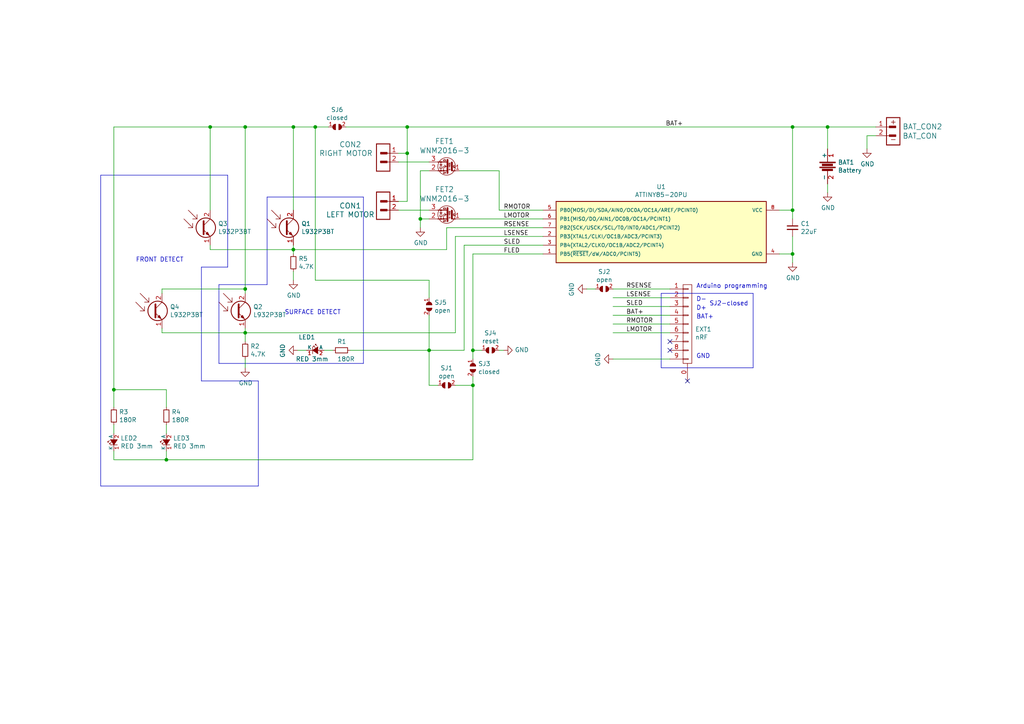
<source format=kicad_sch>
(kicad_sch (version 20230121) (generator eeschema)
  (paper "A4")
  (lib_symbols
    (symbol "MiniBot_RevA:ATTINY85-20PU" (pin_names (offset 1.016))
      (property "Reference" "U" (at -29.21 10.16 0))
      (property "Value" "ATTINY85-20PU" (at 25.4 -10.16 0))
      (symbol "ATTINY85-20PU_0_1"
        (rectangle (start -30.48 8.89) (end 30.48 -8.89) (stroke (width 0.254)) (fill (type background)))
      )
      (symbol "ATTINY85-20PU_1_1"
        (pin bidirectional line (at -34.29 -6.35 0) (length 3.81) (name "PB5(~{RESET}/dW/ADC0/PCINT5)") (number "1"))
        (pin bidirectional line (at -34.29 -1.27 0) (length 3.81) (name "PB3(XTAL1/CLKI/OC1B/ADC3/PCINT3)") (number "2"))
        (pin bidirectional line (at -34.29 -3.81 0) (length 3.81) (name "PB4(XTAL2/CLKO/OC1B/ADC2/PCINT4)") (number "3"))
        (pin power_in line (at 34.29 -6.35 180) (length 3.81) (name "GND") (number "4"))
        (pin bidirectional line (at -34.29 6.35 0) (length 3.81) (name "PB0(MOSI/DI/SDA/AIN0/OC0A/OC1A/AREF/PCINT0)") (number "5"))
        (pin bidirectional line (at -34.29 3.81 0) (length 3.81) (name "PB1(MISO/DO/AIN1/OC0B/OC1A/PCINT1)") (number "6"))
        (pin bidirectional line (at -34.29 1.27 0) (length 3.81) (name "PB2(SCK/USCK/SCL/T0/INT0/ADC1/PCINT2)") (number "7"))
        (pin power_in line (at 34.29 6.35 180) (length 3.81) (name "VCC") (number "8"))
      )
    )
    (symbol "MiniBot_RevA:BAT_CON" (pin_names (offset 1.016))
      (property "Reference" "BAT_CON" (at 0.635 5.08 0))
      (property "Value" "BAT_CON" (at 0 -5.334 0))
      (symbol "BAT_CON_0_0"
        (rectangle (start -2.0066 4.064) (end 1.9812 -4.0132))
        (rectangle (start -1.905 3.9116) (end 1.8796 -3.8608))
        (rectangle (start -1.1684 -0.9652) (end 0.762 -1.524))
        (rectangle (start -1.1684 1.5748) (end 0.762 1.016))
        (rectangle (start -1.0414 1.3716) (end 0.635 1.1684))
        (rectangle (start -0.9398 -1.143) (end 0.7366 -1.3462))
        (polyline (pts (xy -1.905 -1.27) (xy -1.143 -1.27)))
        (polyline (pts (xy -1.905 1.27) (xy -1.143 1.27)))
        (rectangle (start 0.6858 1.2446) (end -0.9652 1.3462))
        (rectangle (start 0.7112 -1.3208) (end -0.9398 -1.2192))
        (rectangle (start 0.7112 1.1176) (end -1.0668 1.4732))
        (rectangle (start 0.7366 -1.4224) (end -1.0414 -1.0668))
        (text "+" (at 0 2.794 0) (effects (font (size 1.524 1.524))))
        (text "-" (at 0 -2.286 0) (effects (font (size 1.524 1.524))))
      )
      (symbol "BAT_CON_1_1"
        (pin passive line (at -5.08 1.27 0) (length 2.9972) (name "~") (number "1"))
        (pin passive line (at -5.08 -1.27 0) (length 2.9972) (name "~") (number "2"))
      )
    )
    (symbol "MiniBot_RevA:Battery" (pin_names (offset 0))
      (property "Reference" "BAT" (at 2.54 1.27 0))
      (property "Value" "Battery" (at 2.54 -1.27 0))
      (symbol "Battery_0_1"
        (rectangle (start -2.286 -0.1778) (end 2.286 -0.4318) (fill (type outline)))
        (rectangle (start -2.286 1.27) (end 2.286 1.016) (fill (type outline)))
        (rectangle (start -1.5748 -0.762) (end 1.4732 -1.27) (fill (type outline)))
        (rectangle (start -1.5748 0.6858) (end 1.4732 0.1778) (fill (type outline)))
      )
      (symbol "Battery_1_1"
        (pin power_out line (at 0 5.08 270) (length 3.81) (name "+") (number "1"))
        (pin power_in line (at 0 -5.08 90) (length 3.81) (name "-") (number "2"))
      )
    )
    (symbol "MiniBot_RevA:CON2" (pin_names (offset 1.016))
      (property "Reference" "CON" (at -1.27 4.445 0))
      (property "Value" "CON2" (at -1.27 -6.985 0))
      (symbol "CON2_0_0"
        (rectangle (start -2.6416 -2.6924) (end -0.8636 -2.3368))
        (rectangle (start -2.6162 -2.5908) (end -0.9652 -2.4892))
        (rectangle (start -2.6162 -0.1524) (end -0.8382 0.2032))
        (rectangle (start -2.5908 -0.0254) (end -0.9398 0.0762))
        (rectangle (start -0.9652 -2.413) (end -2.6416 -2.6162))
        (rectangle (start -0.8636 0.1016) (end -2.54 -0.1016))
        (rectangle (start -0.7366 -2.2352) (end -2.667 -2.794))
        (rectangle (start -0.7366 0.3048) (end -2.667 -0.254))
        (polyline (pts (xy 0 -2.54) (xy -0.762 -2.54)))
        (polyline (pts (xy 0 0) (xy -0.762 0)))
        (rectangle (start 0 2.6416) (end -3.7846 -5.1308))
        (rectangle (start 0.1016 2.794) (end -3.8862 -5.2832))
      )
      (symbol "CON2_1_1"
        (pin passive line (at 2.54 0 180) (length 2.54) (name "~") (number "1"))
        (pin passive line (at 2.54 -2.54 180) (length 2.54) (name "~") (number "2"))
      )
    )
    (symbol "MiniBot_RevA:CONN_01X09" (pin_names (offset 1.016) hide)
      (property "Reference" "P" (at 0 12.7 0))
      (property "Value" "CONN_01X09" (at 2.54 0 90))
      (symbol "CONN_01X09_0_1"
        (rectangle (start -1.27 -10.033) (end 0.254 -10.287))
        (rectangle (start -1.27 -7.493) (end 0.254 -7.747))
        (rectangle (start -1.27 -4.953) (end 0.254 -5.207))
        (rectangle (start -1.27 -2.413) (end 0.254 -2.667))
        (rectangle (start -1.27 0.127) (end 0.254 -0.127))
        (rectangle (start -1.27 2.667) (end 0.254 2.413))
        (rectangle (start -1.27 5.207) (end 0.254 4.953))
        (rectangle (start -1.27 7.747) (end 0.254 7.493))
        (rectangle (start -1.27 10.287) (end 0.254 10.033))
        (rectangle (start -1.27 11.43) (end 1.27 -11.43))
      )
      (symbol "CONN_01X09_1_1"
        (pin passive line (at 0 -16.51 90) (length 5.08) (name "P0") (number "0"))
        (pin passive line (at -5.08 10.16 0) (length 3.81) (name "P1") (number "1"))
        (pin passive line (at -5.08 7.62 0) (length 3.81) (name "P2") (number "2"))
        (pin passive line (at -5.08 5.08 0) (length 3.81) (name "P3") (number "3"))
        (pin passive line (at -5.08 2.54 0) (length 3.81) (name "P4") (number "4"))
        (pin passive line (at -5.08 0 0) (length 3.81) (name "P5") (number "5"))
        (pin passive line (at -5.08 -2.54 0) (length 3.81) (name "P6") (number "6"))
        (pin passive line (at -5.08 -5.08 0) (length 3.81) (name "P7") (number "7"))
        (pin passive line (at -5.08 -7.62 0) (length 3.81) (name "P8") (number "8"))
        (pin passive line (at -5.08 -10.16 0) (length 3.81) (name "P9") (number "9"))
      )
    )
    (symbol "MiniBot_RevA:C_Small" (pin_numbers hide) (pin_names (offset 0.254) hide)
      (property "Reference" "C" (at 0.254 1.778 0))
      (property "Value" "C_Small" (at 0.254 -2.032 0))
      (symbol "C_Small_0_1"
        (polyline (pts (xy -1.524 -0.508) (xy 1.524 -0.508)) (stroke (width 0.3302)))
        (polyline (pts (xy -1.524 0.508) (xy 1.524 0.508)) (stroke (width 0.3048)))
      )
      (symbol "C_Small_1_1"
        (pin passive line (at 0 2.54 270) (length 1.905) (name "~") (number "1"))
        (pin passive line (at 0 -2.54 90) (length 2.032) (name "~") (number "2"))
      )
    )
    (symbol "MiniBot_RevA:GND" (power) (pin_names (offset 0))
      (property "Value" "GND" (at 0 -3.81 0))
      (symbol "GND_0_1"
        (polyline (pts (xy 0 0) (xy 0 -1.27) (xy 1.27 -1.27) (xy 0 -2.54) (xy -1.27 -1.27) (xy 0 -1.27)))
      )
      (symbol "GND_1_1"
        (pin power_in line (at 0 0 270) (length 0) hide (name "GND") (number "1"))
      )
    )
    (symbol "MiniBot_RevA:L342" (pin_names (offset 0) hide)
      (property "Reference" "Q" (at 7.62 1.27 0))
      (property "Value" "L342" (at 10.16 -1.27 0))
      (symbol "L342_0_1"
        (polyline (pts (xy -3.81 1.27) (xy -5.08 2.54)))
        (polyline (pts (xy -2.54 0) (xy -2.54 1.27)))
        (polyline (pts (xy -2.54 3.81) (xy -3.81 5.08)))
        (polyline (pts (xy -1.27 2.54) (xy -1.27 3.81)))
        (polyline (pts (xy 0.635 0.635) (xy 2.54 2.54)))
        (polyline (pts (xy -3.81 1.27) (xy -2.54 0) (xy -3.81 0)))
        (polyline (pts (xy -2.54 3.81) (xy -1.27 2.54) (xy -2.54 2.54)))
        (polyline (pts (xy 0.635 -0.635) (xy 2.54 -2.54) (xy 2.54 -2.54)))
        (polyline (pts (xy 0.635 1.905) (xy 0.635 -1.905) (xy 0.635 -1.905)) (stroke (width 0.508)))
        (polyline (pts (xy 1.27 -1.778) (xy 1.778 -1.27) (xy 2.286 -2.286) (xy 1.27 -1.778) (xy 1.27 -1.778)) (fill (type outline)))
        (circle (center 1.27 0) (radius 2.8194) (stroke (width 0.254)))
      )
      (symbol "L342_1_1"
        (pin passive line (at 2.54 -5.08 90) (length 2.54) (name "E") (number "1"))
        (pin passive line (at 2.54 5.08 270) (length 2.54) (name "C") (number "2"))
      )
    )
    (symbol "MiniBot_RevA:LED_Small" (pin_names (offset 0))
      (property "Reference" "LED" (at -1.905 3.175 0))
      (property "Value" "LED_Small" (at -4.445 -2.54 0))
      (symbol "LED_Small_0_1"
        (polyline (pts (xy -0.762 -1.016) (xy -0.762 1.016)))
        (polyline (pts (xy 0.762 -1.016) (xy -0.762 0) (xy 0.762 1.016) (xy 0.762 -1.016)) (fill (type outline)))
        (polyline (pts (xy 0 0.762) (xy -0.508 1.27) (xy -0.254 1.27) (xy -0.508 1.27) (xy -0.508 1.016)))
        (polyline (pts (xy 0.508 1.27) (xy 0 1.778) (xy 0.254 1.778) (xy 0 1.778) (xy 0 1.524)))
      )
      (symbol "LED_Small_1_1"
        (pin passive line (at -2.54 0 0) (length 1.778) (name "K") (number "1"))
        (pin passive line (at 2.54 0 180) (length 1.778) (name "A") (number "2"))
      )
    )
    (symbol "MiniBot_RevA:N-MOS+DIOD_Small" (pin_names (offset 0) hide)
      (property "Reference" "FET" (at 0 3.81 0))
      (property "Value" "N-MOS+DIOD_Small" (at 0 -5.08 0))
      (symbol "N-MOS+DIOD_Small_0_0"
        (text "D" (at 0.5588 1.778 900) (effects (font (size 0.635 0.635))))
        (text "N-MOS" (at -0.889 -0.0254 900) (effects (font (size 0.4064 0.4064))))
        (text "S" (at 0.5842 -1.8796 900) (effects (font (size 0.635 0.635))))
      )
      (symbol "N-MOS+DIOD_Small_0_1"
        (polyline (pts (xy -2.54 -1.27) (xy -1.524 -1.27)) (stroke (width 0.254)))
        (polyline (pts (xy -1.524 -1.143) (xy -1.524 1.143)) (stroke (width 0.508)))
        (polyline (pts (xy -0.254 -1.905) (xy -0.254 1.905)) (stroke (width 0.508)))
        (polyline (pts (xy 0.127 0) (xy 0.635 -0.381)))
        (polyline (pts (xy 1.651 -0.508) (xy 1.27 -0.508)))
        (polyline (pts (xy 1.651 0.381) (xy 1.651 1.27)))
        (polyline (pts (xy 2.54 -1.27) (xy 0 -1.27)) (stroke (width 0.254)))
        (polyline (pts (xy 2.54 1.27) (xy 0 1.27)) (stroke (width 0.254)))
        (polyline (pts (xy 1.27 -0.381) (xy 1.651 0.635) (xy 2.032 -0.508)))
        (polyline (pts (xy 1.651 -1.27) (xy 1.651 -0.508) (xy 2.032 -0.508)))
        (polyline (pts (xy 2.032 0.508) (xy 1.651 0.508) (xy 1.27 0.508)))
        (polyline (pts (xy 0.889 -1.27) (xy 0.889 0) (xy 0.127 0) (xy 0.635 0.381)))
        (circle (center 0 0) (radius 2.54))
        (circle (center 0.889 -1.27) (radius 0.127) (stroke (width 0.254)))
        (circle (center 1.651 -1.27) (radius 0.127) (stroke (width 0.254)))
        (circle (center 1.651 1.27) (radius 0.127) (stroke (width 0.254)))
      )
      (symbol "N-MOS+DIOD_Small_1_0"
        (text "G" (at -2.159 -0.0762 0) (effects (font (size 0.635 0.635))))
      )
      (symbol "N-MOS+DIOD_Small_1_1"
        (pin input line (at -3.81 -1.27 0) (length 1.27) (name "G") (number "1"))
        (pin passive line (at 5.08 -1.27 180) (length 2.54) (name "S") (number "2"))
        (pin passive line (at 5.08 1.27 180) (length 2.54) (name "D") (number "3"))
      )
    )
    (symbol "MiniBot_RevA:R_Small" (pin_numbers hide) (pin_names (offset 0.254) hide)
      (property "Reference" "R" (at 0.762 0.508 0))
      (property "Value" "R_Small" (at 0.762 -1.016 0))
      (symbol "R_Small_0_1"
        (rectangle (start -0.762 1.778) (end 0.762 -1.778) (stroke (width 0.2032)))
      )
      (symbol "R_Small_1_1"
        (pin passive line (at 0 2.54 270) (length 0.762) (name "~") (number "1"))
        (pin passive line (at 0 -2.54 90) (length 0.762) (name "~") (number "2"))
      )
    )
    (symbol "MiniBot_RevA:SJ" (pin_names (offset 1.016) hide)
      (property "Reference" "SJ" (at -1.27 1.905 0))
      (property "Value" "SJ" (at -1.27 -2.54 0))
      (symbol "SJ_0_1"
        (arc (start -0.508 0.762) (mid -1.2667 0) (end -0.508 -0.762) (stroke (width 0.254)))
        (polyline (pts (xy -1.143 0.381) (xy -1.143 -0.254)) (stroke (width 0.254)))
        (polyline (pts (xy -1.016 0.508) (xy -1.016 -0.508)) (stroke (width 0.254)))
        (polyline (pts (xy -0.889 0.508) (xy -0.889 -0.508)) (stroke (width 0.254)))
        (polyline (pts (xy -0.762 0.635) (xy -0.762 -0.635)) (stroke (width 0.254)))
        (polyline (pts (xy -0.635 0.762) (xy -0.635 -0.635)) (stroke (width 0.254)))
        (polyline (pts (xy -0.508 0.762) (xy -0.508 -0.762)) (stroke (width 0.254)))
        (polyline (pts (xy 0.508 0.762) (xy 0.508 -0.762)) (stroke (width 0.254)))
        (polyline (pts (xy 0.635 0.762) (xy 0.635 -0.635)) (stroke (width 0.254)))
        (polyline (pts (xy 0.762 0.635) (xy 0.762 -0.635)) (stroke (width 0.254)))
        (polyline (pts (xy 0.889 0.508) (xy 0.889 -0.508)) (stroke (width 0.254)))
        (polyline (pts (xy 1.016 0.508) (xy 1.016 -0.381)) (stroke (width 0.254)))
        (polyline (pts (xy 1.143 0.381) (xy 1.143 -0.381)) (stroke (width 0.254)))
        (arc (start 0.508 -0.762) (mid 1.0468 -0.5388) (end 1.27 0) (stroke (width 0.254)))
        (arc (start 1.27 0) (mid 1.0468 0.5388) (end 0.508 0.762) (stroke (width 0.254)))
      )
      (symbol "SJ_1_1"
        (pin passive line (at -2.54 0 0) (length 1.27) (name "1") (number "1"))
        (pin passive line (at 2.54 0 180) (length 1.27) (name "2") (number "2"))
      )
    )
  )
  (junction (at 71.12 36.83))
  (junction (at 48.26 133.35))
  (junction (at 33.02 113.03))
  (junction (at 85.09 72.39))
  (junction (at 71.12 96.52))
  (junction (at 229.87 73.66))
  (junction (at 240.03 36.83))
  (junction (at 137.16 111.76))
  (junction (at 91.44 36.83))
  (junction (at 71.12 83.82))
  (junction (at 121.92 63.5))
  (junction (at 229.87 36.83))
  (junction (at 229.87 60.96))
  (junction (at 137.16 101.6))
  (junction (at 60.96 36.83))
  (junction (at 118.11 44.45))
  (junction (at 118.11 36.83))
  (junction (at 124.46 101.6))
  (junction (at 85.09 36.83))
  (no_connect (at 194.31 101.6))
  (no_connect (at 194.31 99.06))
  (no_connect (at 199.39 110.49))
  (wire (pts (xy 101.6 101.6) (xy 124.46 101.6)))
  (wire (pts (xy 229.87 60.96) (xy 229.87 63.5)))
  (wire (pts (xy 157.48 66.04) (xy 129.54 66.04)))
  (wire (pts (xy 91.44 81.28) (xy 91.44 36.83)))
  (wire (pts (xy 85.09 72.39) (xy 129.54 72.39)))
  (wire (pts (xy 115.57 58.42) (xy 118.11 58.42)))
  (wire (pts (xy 85.09 72.39) (xy 85.09 73.66)))
  (polyline (pts (xy 105.41 57.15) (xy 105.41 105.41)))
  (wire (pts (xy 71.12 36.83) (xy 85.09 36.83)))
  (wire (pts (xy 134.62 71.12) (xy 157.48 71.12)))
  (wire (pts (xy 240.03 53.34) (xy 240.03 55.88)))
  (wire (pts (xy 85.09 36.83) (xy 85.09 60.96)))
  (wire (pts (xy 254 39.37) (xy 251.46 39.37)))
  (wire (pts (xy 48.26 113.03) (xy 48.26 118.11)))
  (wire (pts (xy 137.16 101.6) (xy 137.16 73.66)))
  (wire (pts (xy 71.12 96.52) (xy 132.08 96.52)))
  (wire (pts (xy 33.02 36.83) (xy 33.02 113.03)))
  (wire (pts (xy 144.78 101.6) (xy 146.05 101.6)))
  (wire (pts (xy 48.26 113.03) (xy 33.02 113.03)))
  (wire (pts (xy 144.78 49.53) (xy 144.78 60.96)))
  (polyline (pts (xy 218.44 106.68) (xy 191.77 106.68)))
  (polyline (pts (xy 74.93 140.97) (xy 29.21 140.97)))
  (wire (pts (xy 33.02 123.19) (xy 33.02 125.73)))
  (wire (pts (xy 91.44 36.83) (xy 85.09 36.83)))
  (wire (pts (xy 144.78 60.96) (xy 157.48 60.96)))
  (polyline (pts (xy 29.21 140.97) (xy 29.21 50.8)))
  (wire (pts (xy 124.46 46.99) (xy 115.57 46.99)))
  (wire (pts (xy 194.31 93.98) (xy 177.8 93.98)))
  (wire (pts (xy 71.12 83.82) (xy 71.12 36.83)))
  (wire (pts (xy 124.46 101.6) (xy 134.62 101.6)))
  (wire (pts (xy 60.96 36.83) (xy 71.12 36.83)))
  (polyline (pts (xy 58.42 110.49) (xy 74.93 110.49)))
  (polyline (pts (xy 77.47 57.15) (xy 105.41 57.15)))
  (wire (pts (xy 137.16 111.76) (xy 137.16 109.22)))
  (wire (pts (xy 124.46 86.36) (xy 124.46 81.28)))
  (polyline (pts (xy 74.93 110.49) (xy 74.93 140.97)))
  (wire (pts (xy 85.09 71.12) (xy 85.09 72.39)))
  (wire (pts (xy 124.46 91.44) (xy 124.46 101.6)))
  (polyline (pts (xy 191.77 85.09) (xy 191.77 106.68)))
  (wire (pts (xy 46.99 96.52) (xy 71.12 96.52)))
  (wire (pts (xy 100.33 36.83) (xy 118.11 36.83)))
  (wire (pts (xy 226.06 60.96) (xy 229.87 60.96)))
  (wire (pts (xy 132.08 68.58) (xy 157.48 68.58)))
  (wire (pts (xy 33.02 113.03) (xy 33.02 118.11)))
  (wire (pts (xy 48.26 123.19) (xy 48.26 125.73)))
  (wire (pts (xy 251.46 39.37) (xy 251.46 43.18)))
  (polyline (pts (xy 63.5 105.41) (xy 63.5 82.55)))
  (wire (pts (xy 133.35 49.53) (xy 144.78 49.53)))
  (wire (pts (xy 133.35 63.5) (xy 157.48 63.5)))
  (wire (pts (xy 229.87 36.83) (xy 229.87 60.96)))
  (wire (pts (xy 137.16 111.76) (xy 137.16 133.35)))
  (wire (pts (xy 137.16 73.66) (xy 157.48 73.66)))
  (wire (pts (xy 46.99 95.25) (xy 46.99 96.52)))
  (wire (pts (xy 95.25 36.83) (xy 91.44 36.83)))
  (wire (pts (xy 240.03 36.83) (xy 254 36.83)))
  (wire (pts (xy 229.87 36.83) (xy 240.03 36.83)))
  (wire (pts (xy 137.16 101.6) (xy 139.7 101.6)))
  (wire (pts (xy 229.87 68.58) (xy 229.87 73.66)))
  (wire (pts (xy 127 111.76) (xy 124.46 111.76)))
  (wire (pts (xy 194.31 88.9) (xy 177.8 88.9)))
  (polyline (pts (xy 58.42 77.47) (xy 58.42 110.49)))
  (wire (pts (xy 194.31 86.36) (xy 177.8 86.36)))
  (wire (pts (xy 33.02 130.81) (xy 33.02 133.35)))
  (wire (pts (xy 60.96 72.39) (xy 85.09 72.39)))
  (wire (pts (xy 129.54 66.04) (xy 129.54 72.39)))
  (wire (pts (xy 194.31 83.82) (xy 177.8 83.82)))
  (polyline (pts (xy 29.21 50.8) (xy 66.04 50.8)))
  (wire (pts (xy 134.62 71.12) (xy 134.62 101.6)))
  (wire (pts (xy 124.46 60.96) (xy 115.57 60.96)))
  (wire (pts (xy 124.46 49.53) (xy 121.92 49.53)))
  (polyline (pts (xy 105.41 105.41) (xy 63.5 105.41)))
  (wire (pts (xy 118.11 58.42) (xy 118.11 44.45)))
  (wire (pts (xy 48.26 133.35) (xy 33.02 133.35)))
  (wire (pts (xy 71.12 96.52) (xy 71.12 99.06)))
  (wire (pts (xy 124.46 81.28) (xy 91.44 81.28)))
  (wire (pts (xy 88.9 101.6) (xy 86.36 101.6)))
  (polyline (pts (xy 77.47 82.55) (xy 77.47 57.15)))
  (wire (pts (xy 71.12 95.25) (xy 71.12 96.52)))
  (wire (pts (xy 121.92 63.5) (xy 121.92 66.04)))
  (wire (pts (xy 194.31 104.14) (xy 177.8 104.14)))
  (wire (pts (xy 172.72 83.82) (xy 170.18 83.82)))
  (wire (pts (xy 71.12 83.82) (xy 71.12 85.09)))
  (polyline (pts (xy 218.44 85.09) (xy 218.44 106.68)))
  (polyline (pts (xy 63.5 82.55) (xy 77.47 82.55)))
  (polyline (pts (xy 66.04 50.8) (xy 66.04 77.47)))
  (wire (pts (xy 194.31 91.44) (xy 177.8 91.44)))
  (wire (pts (xy 229.87 73.66) (xy 229.87 76.2)))
  (wire (pts (xy 46.99 83.82) (xy 71.12 83.82)))
  (polyline (pts (xy 66.04 77.47) (xy 58.42 77.47)))
  (wire (pts (xy 137.16 133.35) (xy 48.26 133.35)))
  (wire (pts (xy 60.96 36.83) (xy 33.02 36.83)))
  (wire (pts (xy 48.26 130.81) (xy 48.26 133.35)))
  (wire (pts (xy 71.12 104.14) (xy 71.12 106.68)))
  (wire (pts (xy 194.31 96.52) (xy 177.8 96.52)))
  (wire (pts (xy 46.99 83.82) (xy 46.99 85.09)))
  (wire (pts (xy 118.11 36.83) (xy 229.87 36.83)))
  (wire (pts (xy 60.96 71.12) (xy 60.96 72.39)))
  (wire (pts (xy 121.92 49.53) (xy 121.92 63.5)))
  (wire (pts (xy 132.08 68.58) (xy 132.08 96.52)))
  (wire (pts (xy 132.08 111.76) (xy 137.16 111.76)))
  (wire (pts (xy 60.96 36.83) (xy 60.96 60.96)))
  (wire (pts (xy 229.87 73.66) (xy 226.06 73.66)))
  (wire (pts (xy 124.46 111.76) (xy 124.46 101.6)))
  (polyline (pts (xy 191.77 85.09) (xy 218.44 85.09)))
  (wire (pts (xy 85.09 78.74) (xy 85.09 81.28)))
  (wire (pts (xy 137.16 104.14) (xy 137.16 101.6)))
  (wire (pts (xy 115.57 44.45) (xy 118.11 44.45)))
  (wire (pts (xy 240.03 43.18) (xy 240.03 36.83)))
  (wire (pts (xy 121.92 63.5) (xy 124.46 63.5)))
  (wire (pts (xy 96.52 101.6) (xy 93.98 101.6)))
  (wire (pts (xy 118.11 44.45) (xy 118.11 36.83)))
  (text "SURFACE DETECT" (at 82.55 91.44 0) (effects (font (size 1.27 1.27)) (justify left bottom)))
  (text "Arduino programming" (at 201.93 83.82 0) (effects (font (size 1.27 1.27)) (justify left bottom)))
  (text "D+" (at 201.93 90.17 0) (effects (font (size 1.27 1.27)) (justify left bottom)))
  (text "BAT+" (at 201.93 92.71 0) (effects (font (size 1.27 1.27)) (justify left bottom)))
  (text "SJ2-closed" (at 205.74 88.9 0) (effects (font (size 1.27 1.27)) (justify left bottom)))
  (text "GND" (at 201.93 104.14 0) (effects (font (size 1.27 1.27)) (justify left bottom)))
  (text "D-" (at 201.93 87.63 0) (effects (font (size 1.27 1.27)) (justify left bottom)))
  (text "FRONT DETECT" (at 39.37 76.2 0) (effects (font (size 1.27 1.27)) (justify left bottom)))
  (label "LSENSE" (at 146.05 68.58 0))
  (label "BAT+" (at 193.04 36.83 0))
  (label "RMOTOR" (at 146.05 60.96 0))
  (label "LMOTOR" (at 146.05 63.5 0))
  (label "SLED" (at 181.61 88.9 0))
  (label "SLED" (at 146.05 71.12 0))
  (label "RMOTOR" (at 181.61 93.98 0))
  (label "RSENSE" (at 181.61 83.82 0))
  (label "LMOTOR" (at 181.61 96.52 0))
  (label "BAT+" (at 181.61 91.44 0))
  (label "RSENSE" (at 146.05 66.04 0))
  (label "FLED" (at 146.05 73.66 0))
  (label "LSENSE" (at 181.61 86.36 0))
  (symbol (lib_id "MiniBot_RevA:ATTINY85-20PU") (at 191.77 67.31 0) (unit 1)
    (property "Reference" "U1" (at 191.77 54.1782 0))
    (property "Value" "ATTINY85-20PU" (at 191.77 56.4896 0))
    (property "Footprint" "OLIMEX_IC-FP:SO-8_208mil" (effects hide))
  )
  (symbol (lib_id "MiniBot_RevA:N-MOS+DIOD_Small") (at 129.54 48.26 0) (mirror y) (unit 1)
    (property "Reference" "FET1" (at 128.905 40.9702 0) (effects (font (size 1.524 1.524))))
    (property "Value" "WNM2016-3" (at 128.905 43.6626 0) (effects (font (size 1.524 1.524))))
    (property "Footprint" "OLIMEX_Transistors-FP:SOT23" (effects hide))
  )
  (symbol (lib_id "MiniBot_RevA:N-MOS+DIOD_Small") (at 129.54 62.23 0) (mirror y) (unit 1)
    (property "Reference" "FET2" (at 128.905 54.9402 0) (effects (font (size 1.524 1.524))))
    (property "Value" "WNM2016-3" (at 128.905 57.6326 0) (effects (font (size 1.524 1.524))))
    (property "Footprint" "OLIMEX_Transistors-FP:SOT23" (effects hide))
  )
  (symbol (lib_id "MiniBot_RevA:GND") (at 121.92 66.04 0) (unit 1)
    (property "Reference" "#PWR06" (effects hide))
    (property "Value" "GND" (at 122.047 70.4342 0))
  )
  (symbol (lib_id "MiniBot_RevA:CON2") (at 113.03 58.42 0) (unit 1)
    (property "Reference" "CON1" (at 101.6 59.69 0) (effects (font (size 1.524 1.524))))
    (property "Value" "LEFT MOTOR" (at 101.6 62.23 0) (effects (font (size 1.524 1.524))))
    (property "Footprint" "OLIMEX_Connectors-FP:MIC-TERES" (effects hide))
  )
  (symbol (lib_id "MiniBot_RevA:CON2") (at 113.03 44.45 0) (unit 1)
    (property "Reference" "CON2" (at 101.6 41.91 0) (effects (font (size 1.524 1.524))))
    (property "Value" "RIGHT MOTOR" (at 100.33 44.45 0) (effects (font (size 1.524 1.524))))
    (property "Footprint" "OLIMEX_Connectors-FP:MIC-TERES" (effects hide))
  )
  (symbol (lib_id "MiniBot_RevA:C_Small") (at 229.87 66.04 0) (unit 1)
    (property "Reference" "C1" (at 232.2068 64.8716 0) (effects (justify left)))
    (property "Value" "22uF" (at 232.2068 67.183 0) (effects (justify left)))
    (property "Footprint" "OLIMEX_RLC-FP:C_1206_5MIL_DWS" (effects hide))
  )
  (symbol (lib_id "MiniBot_RevA:GND") (at 229.87 76.2 0) (unit 1)
    (property "Reference" "#PWR08" (effects hide))
    (property "Value" "GND" (at 229.997 80.5942 0))
  )
  (symbol (lib_id "MiniBot_RevA:R_Small") (at 85.09 76.2 0) (unit 1)
    (property "Reference" "R5" (at 86.5886 75.0316 0) (effects (justify left)))
    (property "Value" "4.7K" (at 86.5886 77.343 0) (effects (justify left)))
    (property "Footprint" "OLIMEX_RLC-FP:R_1206_5MIL_DWS" (effects hide))
  )
  (symbol (lib_id "MiniBot_RevA:R_Small") (at 71.12 101.6 0) (unit 1)
    (property "Reference" "R2" (at 72.6186 100.4316 0) (effects (justify left)))
    (property "Value" "4.7K" (at 72.6186 102.743 0) (effects (justify left)))
    (property "Footprint" "OLIMEX_RLC-FP:R_1206_5MIL_DWS" (effects hide))
  )
  (symbol (lib_id "MiniBot_RevA:R_Small") (at 33.02 120.65 0) (unit 1)
    (property "Reference" "R3" (at 34.5186 119.4816 0) (effects (justify left)))
    (property "Value" "180R" (at 34.5186 121.793 0) (effects (justify left)))
    (property "Footprint" "OLIMEX_RLC-FP:R_1206_5MIL_DWS" (effects hide))
  )
  (symbol (lib_id "MiniBot_RevA:LED_Small") (at 33.02 128.27 90) (unit 1)
    (property "Reference" "LED2" (at 34.9504 127.1016 90) (effects (justify right)))
    (property "Value" "RED 3mm" (at 34.9504 129.413 90) (effects (justify right)))
    (property "Footprint" "OLIMEX_Transistors-FP:LED-EDGE" (effects hide))
  )
  (symbol (lib_id "MiniBot_RevA:R_Small") (at 48.26 120.65 0) (unit 1)
    (property "Reference" "R4" (at 49.7586 119.4816 0) (effects (justify left)))
    (property "Value" "180R" (at 49.7586 121.793 0) (effects (justify left)))
    (property "Footprint" "OLIMEX_RLC-FP:R_1206_5MIL_DWS" (effects hide))
  )
  (symbol (lib_id "MiniBot_RevA:LED_Small") (at 48.26 128.27 90) (unit 1)
    (property "Reference" "LED3" (at 50.1904 127.1016 90) (effects (justify right)))
    (property "Value" "RED 3mm" (at 50.1904 129.413 90) (effects (justify right)))
    (property "Footprint" "OLIMEX_Transistors-FP:LED-EDGE" (effects hide))
  )
  (symbol (lib_id "MiniBot_RevA:R_Small") (at 99.06 101.6 270) (unit 1)
    (property "Reference" "R1" (at 97.79 99.06 90) (effects (justify left)))
    (property "Value" "180R" (at 97.79 104.14 90) (effects (justify left)))
    (property "Footprint" "OLIMEX_RLC-FP:R_1206_5MIL_DWS" (effects hide))
  )
  (symbol (lib_id "MiniBot_RevA:LED_Small") (at 91.44 101.6 0) (unit 1)
    (property "Reference" "LED1" (at 91.44 97.79 0) (effects (justify right)))
    (property "Value" "RED 3mm" (at 95.25 104.14 0) (effects (justify right)))
    (property "Footprint" "OLIMEX_LEDs-FP:LED-3mm-PTH-KA" (effects hide))
  )
  (symbol (lib_id "MiniBot_RevA:GND") (at 86.36 101.6 270) (unit 1)
    (property "Reference" "#PWR04" (effects hide))
    (property "Value" "GND" (at 81.9658 101.727 0))
  )
  (symbol (lib_id "MiniBot_RevA:L342") (at 82.55 66.04 0) (unit 1)
    (property "Reference" "Q1" (at 87.4014 64.8716 0) (effects (justify left)))
    (property "Value" "L932P3BT" (at 87.4014 67.183 0) (effects (justify left)))
    (property "Footprint" "OLIMEX_LEDs-FP:LED-3mm-PTH-KA" (effects hide))
  )
  (symbol (lib_id "MiniBot_RevA:L342") (at 58.42 66.04 0) (unit 1)
    (property "Reference" "Q3" (at 63.2714 64.8716 0) (effects (justify left)))
    (property "Value" "L932P3BT" (at 63.2714 67.183 0) (effects (justify left)))
    (property "Footprint" "OLIMEX_Transistors-FP:L34x-EDGE" (effects hide))
  )
  (symbol (lib_id "MiniBot_RevA:L342") (at 44.45 90.17 0) (unit 1)
    (property "Reference" "Q4" (at 49.3014 89.0016 0) (effects (justify left)))
    (property "Value" "L932P3BT" (at 49.3014 91.313 0) (effects (justify left)))
    (property "Footprint" "OLIMEX_Transistors-FP:L34x-EDGE" (effects hide))
  )
  (symbol (lib_id "MiniBot_RevA:L342") (at 68.58 90.17 0) (unit 1)
    (property "Reference" "Q2" (at 73.4314 89.0016 0) (effects (justify left)))
    (property "Value" "L932P3BT" (at 73.4314 91.313 0) (effects (justify left)))
    (property "Footprint" "OLIMEX_LEDs-FP:LED-3mm-PTH-KA" (effects hide))
  )
  (symbol (lib_id "MiniBot_RevA:GND") (at 251.46 43.18 0) (unit 1)
    (property "Reference" "#PWR010" (effects hide))
    (property "Value" "GND" (at 251.587 47.5742 0))
  )
  (symbol (lib_id "MiniBot_RevA:BAT_CON") (at 259.08 38.1 0) (unit 1)
    (property "Reference" "BAT_CON2" (at 261.747 36.7284 0) (effects (font (size 1.524 1.524)) (justify left)))
    (property "Value" "BAT_CON" (at 261.747 39.4208 0) (effects (font (size 1.524 1.524)) (justify left)))
    (property "Footprint" "OLIMEX_Connectors-FP:LIPO_BAT_VERTICAL_DW02S" (effects hide))
  )
  (symbol (lib_id "MiniBot_RevA:Battery") (at 240.03 48.26 0) (unit 1)
    (property "Reference" "BAT1" (at 243.0272 47.0916 0) (effects (justify left)))
    (property "Value" "Battery" (at 243.0272 49.403 0) (effects (justify left)))
    (property "Footprint" "OLIMEX_Connectors-FP:CR2032H_PTH" (effects hide))
  )
  (symbol (lib_id "MiniBot_RevA:GND") (at 240.03 55.88 0) (unit 1)
    (property "Reference" "#PWR09" (effects hide))
    (property "Value" "GND" (at 240.157 60.2742 0))
  )
  (symbol (lib_id "MiniBot_RevA:GND") (at 85.09 81.28 0) (unit 1)
    (property "Reference" "#PWR05" (effects hide))
    (property "Value" "GND" (at 85.217 85.6742 0))
  )
  (symbol (lib_id "MiniBot_RevA:GND") (at 71.12 106.68 0) (unit 1)
    (property "Reference" "#PWR03" (effects hide))
    (property "Value" "GND" (at 71.247 111.0742 0))
  )
  (symbol (lib_id "MiniBot_RevA:CONN_01X09") (at 199.39 93.98 0) (unit 1)
    (property "Reference" "EXT1" (at 201.6252 95.504 0) (effects (justify left)))
    (property "Value" "nRF" (at 201.6252 97.8154 0) (effects (justify left)))
    (property "Footprint" "OLIMEX_Connectors-FP:HN1x9" (effects hide))
  )
  (symbol (lib_id "MiniBot_RevA:SJ") (at 129.54 111.76 0) (unit 1)
    (property "Reference" "SJ1" (at 129.54 106.7562 0))
    (property "Value" "open" (at 129.54 109.0676 0))
    (property "Footprint" "OLIMEX_Jumpers-FP:SJ" (effects hide))
  )
  (symbol (lib_id "MiniBot_RevA:GND") (at 177.8 104.14 270) (unit 1)
    (property "Reference" "#PWR0101" (effects hide))
    (property "Value" "GND" (at 173.4058 104.267 0))
  )
  (symbol (lib_id "MiniBot_RevA:SJ") (at 175.26 83.82 0) (unit 1)
    (property "Reference" "SJ2" (at 175.26 78.8162 0))
    (property "Value" "open" (at 175.26 81.1276 0))
    (property "Footprint" "OLIMEX_Jumpers-FP:SJ" (effects hide))
  )
  (symbol (lib_id "MiniBot_RevA:GND") (at 170.18 83.82 270) (unit 1)
    (property "Reference" "#PWR0102" (effects hide))
    (property "Value" "GND" (at 165.7858 83.947 0))
  )
  (symbol (lib_id "MiniBot_RevA:SJ") (at 142.24 101.6 0) (unit 1)
    (property "Reference" "SJ4" (at 142.24 96.5962 0))
    (property "Value" "reset" (at 142.24 98.9076 0))
    (property "Footprint" "OLIMEX_Jumpers-FP:SJ" (effects hide))
  )
  (symbol (lib_id "MiniBot_RevA:GND") (at 146.05 101.6 90) (unit 1)
    (property "Reference" "#PWR0103" (effects hide))
    (property "Value" "GND" (at 149.3012 101.473 90) (effects (justify right)))
  )
  (symbol (lib_id "MiniBot_RevA:SJ") (at 137.16 106.68 270) (unit 1)
    (property "Reference" "SJ3" (at 138.684 105.5116 90) (effects (justify left)))
    (property "Value" "closed" (at 138.684 107.823 90) (effects (justify left)))
    (property "Footprint" "OLIMEX_Jumpers-FP:SJ" (effects hide))
  )
  (symbol (lib_id "MiniBot_RevA:SJ") (at 97.79 36.83 0) (unit 1)
    (property "Reference" "SJ6" (at 97.79 31.8262 0))
    (property "Value" "closed" (at 97.79 34.1376 0))
    (property "Footprint" "OLIMEX_Jumpers-FP:SJ" (effects hide))
  )
  (symbol (lib_id "MiniBot_RevA:SJ") (at 124.46 88.9 270) (unit 1)
    (property "Reference" "SJ5" (at 125.984 87.7316 90) (effects (justify left)))
    (property "Value" "open" (at 125.984 90.043 90) (effects (justify left)))
    (property "Footprint" "OLIMEX_Jumpers-FP:SJ" (effects hide))
  )
)
</source>
